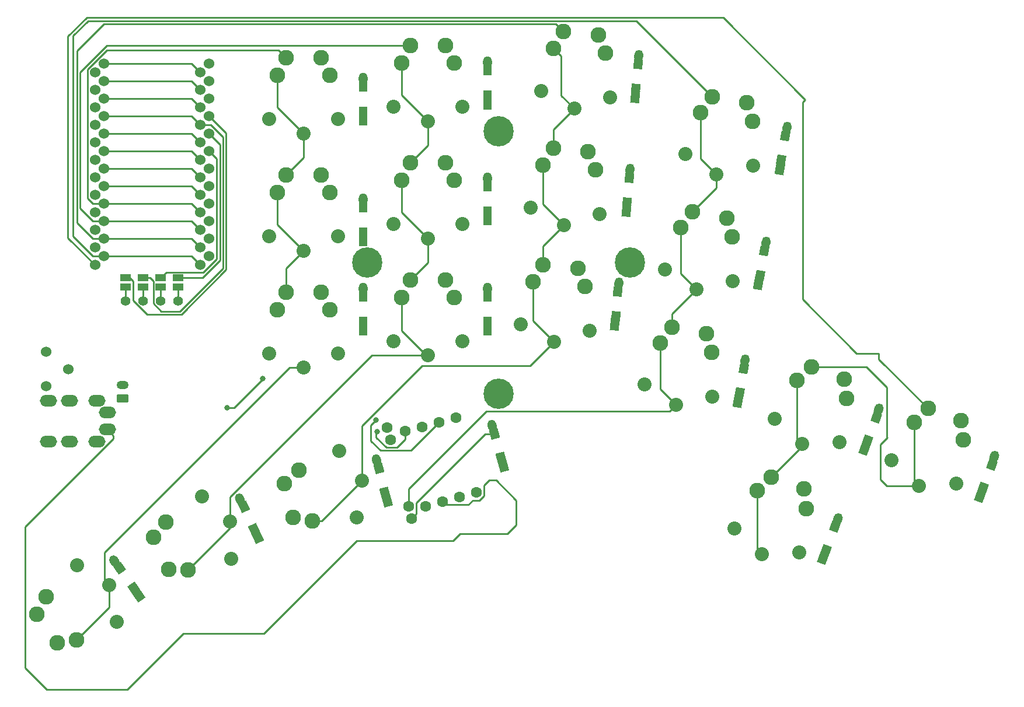
<source format=gbr>
%TF.GenerationSoftware,KiCad,Pcbnew,(6.0.4)*%
%TF.CreationDate,2022-06-17T15:21:08+10:00*%
%TF.ProjectId,luna,6c756e61-2e6b-4696-9361-645f70636258,rev?*%
%TF.SameCoordinates,Original*%
%TF.FileFunction,Copper,L2,Bot*%
%TF.FilePolarity,Positive*%
%FSLAX46Y46*%
G04 Gerber Fmt 4.6, Leading zero omitted, Abs format (unit mm)*
G04 Created by KiCad (PCBNEW (6.0.4)) date 2022-06-17 15:21:08*
%MOMM*%
%LPD*%
G01*
G04 APERTURE LIST*
G04 Aperture macros list*
%AMRoundRect*
0 Rectangle with rounded corners*
0 $1 Rounding radius*
0 $2 $3 $4 $5 $6 $7 $8 $9 X,Y pos of 4 corners*
0 Add a 4 corners polygon primitive as box body*
4,1,4,$2,$3,$4,$5,$6,$7,$8,$9,$2,$3,0*
0 Add four circle primitives for the rounded corners*
1,1,$1+$1,$2,$3*
1,1,$1+$1,$4,$5*
1,1,$1+$1,$6,$7*
1,1,$1+$1,$8,$9*
0 Add four rect primitives between the rounded corners*
20,1,$1+$1,$2,$3,$4,$5,0*
20,1,$1+$1,$4,$5,$6,$7,0*
20,1,$1+$1,$6,$7,$8,$9,0*
20,1,$1+$1,$8,$9,$2,$3,0*%
%AMHorizOval*
0 Thick line with rounded ends*
0 $1 width*
0 $2 $3 position (X,Y) of the first rounded end (center of the circle)*
0 $4 $5 position (X,Y) of the second rounded end (center of the circle)*
0 Add line between two ends*
20,1,$1,$2,$3,$4,$5,0*
0 Add two circle primitives to create the rounded ends*
1,1,$1,$2,$3*
1,1,$1,$4,$5*%
%AMRotRect*
0 Rectangle, with rotation*
0 The origin of the aperture is its center*
0 $1 length*
0 $2 width*
0 $3 Rotation angle, in degrees counterclockwise*
0 Add horizontal line*
21,1,$1,$2,0,0,$3*%
G04 Aperture macros list end*
%TA.AperFunction,SMDPad,CuDef*%
%ADD10RotRect,1.400000X1.300000X295.000000*%
%TD*%
%TA.AperFunction,ComponentPad*%
%ADD11RotRect,1.778000X1.300000X115.000000*%
%TD*%
%TA.AperFunction,ComponentPad*%
%ADD12HorizOval,1.300000X-0.101006X0.216608X0.101006X-0.216608X0*%
%TD*%
%TA.AperFunction,ComponentPad*%
%ADD13RotRect,1.778000X1.300000X70.000000*%
%TD*%
%TA.AperFunction,SMDPad,CuDef*%
%ADD14RotRect,1.400000X1.300000X250.000000*%
%TD*%
%TA.AperFunction,ComponentPad*%
%ADD15HorizOval,1.300000X0.081743X0.224587X-0.081743X-0.224587X0*%
%TD*%
%TA.AperFunction,SMDPad,CuDef*%
%ADD16RotRect,1.400000X1.300000X260.000000*%
%TD*%
%TA.AperFunction,ComponentPad*%
%ADD17RotRect,1.778000X1.300000X80.000000*%
%TD*%
%TA.AperFunction,ComponentPad*%
%ADD18HorizOval,1.300000X0.041502X0.235369X-0.041502X-0.235369X0*%
%TD*%
%TA.AperFunction,ComponentPad*%
%ADD19C,2.286000*%
%TD*%
%TA.AperFunction,ComponentPad*%
%ADD20C,2.032000*%
%TD*%
%TA.AperFunction,ComponentPad*%
%ADD21RotRect,1.778000X1.300000X85.000000*%
%TD*%
%TA.AperFunction,SMDPad,CuDef*%
%ADD22RotRect,1.400000X1.300000X265.000000*%
%TD*%
%TA.AperFunction,ComponentPad*%
%ADD23HorizOval,1.300000X0.020830X0.238091X-0.020830X-0.238091X0*%
%TD*%
%TA.AperFunction,ComponentPad*%
%ADD24R,1.300000X1.778000*%
%TD*%
%TA.AperFunction,SMDPad,CuDef*%
%ADD25R,1.300000X1.400000*%
%TD*%
%TA.AperFunction,ComponentPad*%
%ADD26O,1.300000X1.778000*%
%TD*%
%TA.AperFunction,SMDPad,CuDef*%
%ADD27RotRect,1.400000X1.300000X305.000000*%
%TD*%
%TA.AperFunction,ComponentPad*%
%ADD28RotRect,1.778000X1.300000X125.000000*%
%TD*%
%TA.AperFunction,ComponentPad*%
%ADD29HorizOval,1.300000X-0.137085X0.195777X0.137085X-0.195777X0*%
%TD*%
%TA.AperFunction,SMDPad,CuDef*%
%ADD30RotRect,1.400000X1.300000X285.000000*%
%TD*%
%TA.AperFunction,ComponentPad*%
%ADD31RotRect,1.778000X1.300000X105.000000*%
%TD*%
%TA.AperFunction,ComponentPad*%
%ADD32HorizOval,1.300000X-0.061858X0.230856X0.061858X-0.230856X0*%
%TD*%
%TA.AperFunction,ComponentPad*%
%ADD33O,2.500000X1.700000*%
%TD*%
%TA.AperFunction,ComponentPad*%
%ADD34C,1.524000*%
%TD*%
%TA.AperFunction,ComponentPad*%
%ADD35C,4.400000*%
%TD*%
%TA.AperFunction,ComponentPad*%
%ADD36C,1.600000*%
%TD*%
%TA.AperFunction,ComponentPad*%
%ADD37C,1.397000*%
%TD*%
%TA.AperFunction,ComponentPad*%
%ADD38RoundRect,0.250000X0.625000X-0.350000X0.625000X0.350000X-0.625000X0.350000X-0.625000X-0.350000X0*%
%TD*%
%TA.AperFunction,ComponentPad*%
%ADD39O,1.750000X1.200000*%
%TD*%
%TA.AperFunction,SMDPad,CuDef*%
%ADD40R,1.500000X1.000000*%
%TD*%
%TA.AperFunction,ViaPad*%
%ADD41C,0.800000*%
%TD*%
%TA.AperFunction,Conductor*%
%ADD42C,0.250000*%
%TD*%
G04 APERTURE END LIST*
D10*
%TO.P,D8,1,K*%
%TO.N,ROW3*%
X124025081Y-130672325D03*
D11*
X124542789Y-131782552D03*
D10*
%TO.P,D8,2,A*%
%TO.N,Net-(D8-Pad2)*%
X122524787Y-127454933D03*
D12*
X122007079Y-126344706D03*
%TD*%
D13*
%TO.P,D19,1,K*%
%TO.N,ROW0*%
X229349641Y-125845965D03*
D14*
X229768615Y-124694841D03*
%TO.P,D19,2,A*%
%TO.N,Net-(D19-Pad2)*%
X230982787Y-121358933D03*
D15*
X231401761Y-120207809D03*
%TD*%
D16*
%TO.P,D14,1,K*%
%TO.N,ROW1*%
X197387616Y-93803390D03*
D17*
X197174897Y-95009779D03*
D18*
%TO.P,D14,2,A*%
%TO.N,Net-(D14-Pad2)*%
X198216787Y-89100933D03*
D16*
X198004068Y-90307322D03*
%TD*%
D19*
%TO.P,S4,1,1*%
%TO.N,COL0*%
X95436379Y-147181347D03*
X98245467Y-146764786D03*
D20*
X102973784Y-138802832D03*
%TO.P,S4,2,2*%
%TO.N,Net-(D4-Pad2)*%
X98385683Y-135911582D03*
D19*
X92522610Y-143020055D03*
X93874815Y-140522848D03*
D20*
X104121447Y-144103103D03*
%TD*%
D19*
%TO.P,S3,1,1*%
%TO.N,COL0*%
X127396787Y-98802933D03*
D20*
X131206787Y-107242933D03*
D19*
X128666787Y-96262933D03*
%TO.P,S3,2,2*%
%TO.N,Net-(D3-Pad2)*%
X135016787Y-98802933D03*
D20*
X126206787Y-105142933D03*
X136206787Y-105142933D03*
D19*
X133746787Y-96262933D03*
%TD*%
D21*
%TO.P,D11,1,K*%
%TO.N,ROW2*%
X176365320Y-100979517D03*
D22*
X176472086Y-99759179D03*
%TO.P,D11,2,A*%
%TO.N,Net-(D11-Pad2)*%
X176781488Y-96222687D03*
D23*
X176888254Y-95002349D03*
%TD*%
D24*
%TO.P,D6,1,K*%
%TO.N,ROW1*%
X157830787Y-85747933D03*
D25*
X157830787Y-84522933D03*
D26*
%TO.P,D6,2,A*%
%TO.N,Net-(D6-Pad2)*%
X157830787Y-79747933D03*
D25*
X157830787Y-80972933D03*
%TD*%
D13*
%TO.P,D17,1,K*%
%TO.N,ROW1*%
X212585641Y-118987965D03*
D14*
X213004615Y-117836841D03*
D15*
%TO.P,D17,2,A*%
%TO.N,sw25*%
X214637761Y-113349809D03*
D14*
X214218787Y-114500933D03*
%TD*%
D27*
%TO.P,D4,1,K*%
%TO.N,ROW3*%
X106526983Y-139252923D03*
D28*
X107229614Y-140256384D03*
D29*
%TO.P,D4,2,A*%
%TO.N,Net-(D4-Pad2)*%
X103788156Y-135341472D03*
D27*
X104490787Y-136344933D03*
%TD*%
D19*
%TO.P,S1,1,1*%
%TO.N,COL0*%
X128666787Y-62262933D03*
D20*
X131206787Y-73242933D03*
D19*
X127396787Y-64802933D03*
%TO.P,S1,2,2*%
%TO.N,Net-(D1-Pad2)*%
X133746787Y-62262933D03*
X135016787Y-64802933D03*
D20*
X126206787Y-71142933D03*
X136206787Y-71142933D03*
%TD*%
D14*
%TO.P,D18,1,K*%
%TO.N,ROW2*%
X207007701Y-133694887D03*
D13*
X206588727Y-134846011D03*
D15*
%TO.P,D18,2,A*%
%TO.N,Net-(D18-Pad2)*%
X208640847Y-129207855D03*
D14*
X208221873Y-130358979D03*
%TD*%
D24*
%TO.P,D5,1,K*%
%TO.N,ROW0*%
X157830787Y-68938933D03*
D25*
X157830787Y-67713933D03*
D26*
%TO.P,D5,2,A*%
%TO.N,Net-(D5-Pad2)*%
X157830787Y-62938933D03*
D25*
X157830787Y-64163933D03*
%TD*%
D19*
%TO.P,S6,1,1*%
%TO.N,COL1*%
X146666787Y-77487242D03*
X145396787Y-80027242D03*
D20*
X149206787Y-88467242D03*
%TO.P,S6,2,2*%
%TO.N,Net-(D6-Pad2)*%
X154206787Y-86367242D03*
D19*
X151746787Y-77487242D03*
D20*
X144206787Y-86367242D03*
D19*
X153016787Y-80027242D03*
%TD*%
D20*
%TO.P,S17,1,1*%
%TO.N,COL4*%
X203468081Y-118320186D03*
D19*
X204836643Y-107133630D03*
X202774502Y-109086084D03*
D20*
%TO.P,S17,2,2*%
%TO.N,sw25*%
X208884787Y-118056933D03*
D19*
X209934960Y-111692277D03*
D20*
X199487860Y-114636731D03*
D19*
X209610283Y-108871093D03*
%TD*%
D22*
%TO.P,D10,1,K*%
%TO.N,ROW1*%
X178095385Y-83239425D03*
D21*
X177988619Y-84459763D03*
D22*
%TO.P,D10,2,A*%
%TO.N,Net-(D10-Pad2)*%
X178404787Y-79702933D03*
D23*
X178511553Y-78482595D03*
%TD*%
D20*
%TO.P,S12,1,1*%
%TO.N,COL2*%
X139653749Y-123641901D03*
D19*
X132487436Y-129506511D03*
X129705284Y-128937185D03*
D20*
%TO.P,S12,2,2*%
%TO.N,Net-(D12-Pad2)*%
X138919400Y-129015050D03*
D19*
X130515235Y-122146156D03*
D20*
X136331210Y-119355791D03*
D19*
X128390483Y-124030282D03*
%TD*%
D20*
%TO.P,S10,1,1*%
%TO.N,COL2*%
X168976544Y-86575629D03*
D19*
X167403180Y-75416035D03*
X165916637Y-77835682D03*
%TO.P,S10,2,2*%
%TO.N,Net-(D10-Pad2)*%
X173507640Y-78499809D03*
D20*
X164178598Y-84047841D03*
D19*
X172463849Y-75858787D03*
D20*
X174140545Y-84919399D03*
%TD*%
D21*
%TO.P,D9,1,K*%
%TO.N,ROW0*%
X179258619Y-67949763D03*
D22*
X179365385Y-66729425D03*
D23*
%TO.P,D9,2,A*%
%TO.N,Net-(D9-Pad2)*%
X179781553Y-61972595D03*
D22*
X179674787Y-63192933D03*
%TD*%
D30*
%TO.P,D16,1,K*%
%TO.N,unconnected-(D16-Pad1)*%
X159814191Y-120279451D03*
D31*
%TO.N,ROW3*%
X160131244Y-121462710D03*
D32*
%TO.P,D16,2,A*%
%TO.N,Net-(D16-Pad2)*%
X158578330Y-115667156D03*
D30*
X158895383Y-116850415D03*
%TD*%
D19*
%TO.P,S7,1,1*%
%TO.N,COL1*%
X145396787Y-97027242D03*
D20*
X149206787Y-105467242D03*
D19*
X146666787Y-94487242D03*
%TO.P,S7,2,2*%
%TO.N,Net-(D7-Pad2)*%
X151746787Y-94487242D03*
X153016787Y-97027242D03*
D20*
X154206787Y-103367242D03*
X144206787Y-103367242D03*
%TD*%
D33*
%TO.P,J1,1*%
%TO.N,VCC*%
X101234000Y-117964000D03*
X101234000Y-112014000D03*
%TO.P,J1,2*%
%TO.N,SERIAL*%
X97234000Y-117964000D03*
X97234000Y-112014000D03*
%TO.P,J1,3*%
%TO.N,unconnected-(J1-Pad3)*%
X94234000Y-112014000D03*
X94234000Y-117964000D03*
%TO.P,J1,4*%
%TO.N,GND*%
X102734000Y-116214000D03*
X102734000Y-113764000D03*
%TD*%
D30*
%TO.P,D12,1,K*%
%TO.N,ROW3*%
X143001595Y-125295969D03*
D31*
X143318648Y-126479228D03*
D30*
%TO.P,D12,2,A*%
%TO.N,Net-(D12-Pad2)*%
X142082787Y-121866933D03*
D32*
X141765734Y-120683674D03*
%TD*%
D19*
%TO.P,S18,1,1*%
%TO.N,COL4*%
X196960159Y-125060860D03*
D20*
X197653738Y-134294962D03*
D19*
X199022300Y-123108406D03*
%TO.P,S18,2,2*%
%TO.N,Net-(D18-Pad2)*%
X204120617Y-127667053D03*
D20*
X193673517Y-130611507D03*
D19*
X203795939Y-124845869D03*
D20*
X203070444Y-134031709D03*
%TD*%
D34*
%TO.P,SW2,1,A*%
%TO.N,BAT+*%
X93904000Y-104942000D03*
%TO.P,SW2,2,B*%
%TO.N,Net-(J3-Pad1)*%
X97104000Y-107442000D03*
%TO.P,SW2,3*%
%TO.N,N/C*%
X93904000Y-109942000D03*
%TD*%
D19*
%TO.P,S5,1,1*%
%TO.N,COL1*%
X145396787Y-63027242D03*
D20*
X149206787Y-71467242D03*
D19*
X146666787Y-60487242D03*
%TO.P,S5,2,2*%
%TO.N,Net-(D5-Pad2)*%
X153016787Y-63027242D03*
X151746787Y-60487242D03*
D20*
X154206787Y-69367242D03*
X144206787Y-69367242D03*
%TD*%
%TO.P,S2,1,1*%
%TO.N,COL0*%
X131206787Y-90242933D03*
D19*
X128666787Y-79262933D03*
X127396787Y-81802933D03*
%TO.P,S2,2,2*%
%TO.N,Net-(D2-Pad2)*%
X133746787Y-79262933D03*
D20*
X126206787Y-88142933D03*
X136206787Y-88142933D03*
D19*
X135016787Y-81802933D03*
%TD*%
%TO.P,S19,1,1*%
%TO.N,COL4*%
X221789728Y-113183892D03*
X219727587Y-115136346D03*
D20*
X220421166Y-124370448D03*
%TO.P,S19,2,2*%
%TO.N,Net-(D19-Pad2)*%
X216440945Y-120686993D03*
X225837872Y-124107195D03*
D19*
X226563367Y-114921355D03*
X226888045Y-117742539D03*
%TD*%
D25*
%TO.P,D1,1,K*%
%TO.N,ROW0*%
X139796787Y-70044933D03*
D24*
X139796787Y-71269933D03*
D25*
%TO.P,D1,2,A*%
%TO.N,Net-(D1-Pad2)*%
X139796787Y-66494933D03*
D26*
X139796787Y-65269933D03*
%TD*%
D35*
%TO.P,REF\u002A\u002A,1*%
%TO.N,N/C*%
X159512000Y-110998000D03*
X178562000Y-91948000D03*
X140462000Y-91948000D03*
X159512000Y-72898000D03*
%TD*%
D20*
%TO.P,S9,1,1*%
%TO.N,COL2*%
X170458193Y-69640319D03*
D19*
X168884829Y-58480725D03*
X167398286Y-60900372D03*
D20*
%TO.P,S9,2,2*%
%TO.N,Net-(D9-Pad2)*%
X175622194Y-67984089D03*
D19*
X174989289Y-61564499D03*
X173945498Y-58923477D03*
D20*
X165660247Y-67112531D03*
%TD*%
D25*
%TO.P,D2,1,K*%
%TO.N,ROW1*%
X139796787Y-87573933D03*
D24*
X139796787Y-88798933D03*
D25*
%TO.P,D2,2,A*%
%TO.N,Net-(D2-Pad2)*%
X139796787Y-84023933D03*
D26*
X139796787Y-82798933D03*
%TD*%
D36*
%TO.P,S16,A*%
%TO.N,Enc1*%
X148882188Y-127338195D03*
%TO.P,S16,B*%
%TO.N,GND*%
X151335639Y-126680795D03*
%TO.P,S16,C*%
%TO.N,Enc2*%
X153789091Y-126023395D03*
%TO.P,S16,D*%
%TO.N,N/C*%
X156242543Y-125365994D03*
%TO.P,S16,S1*%
%TO.N,Net-(D16-Pad2)*%
X146890678Y-129140032D03*
%TO.P,S16,S2*%
%TO.N,COL3*%
X146411863Y-127353069D03*
%TD*%
D19*
%TO.P,S8,1,1*%
%TO.N,COL1*%
X111621079Y-136498995D03*
X114459826Y-136576555D03*
D20*
X120498888Y-129556624D03*
D19*
%TO.P,S8,2,2*%
%TO.N,Net-(D8-Pad2)*%
X109474178Y-131894951D03*
D20*
X116482550Y-125912584D03*
X120708733Y-134975662D03*
D19*
X111239475Y-129670490D03*
%TD*%
D37*
%TO.P,J2,1,Pin_1*%
%TO.N,Net-(J2-Pad1)*%
X105410000Y-97536000D03*
%TO.P,J2,2,Pin_2*%
%TO.N,Net-(J2-Pad2)*%
X107950000Y-97536000D03*
%TO.P,J2,3,Pin_3*%
%TO.N,Net-(J2-Pad3)*%
X110490000Y-97536000D03*
%TO.P,J2,4,Pin_4*%
%TO.N,Net-(J2-Pad4)*%
X113030000Y-97536000D03*
%TD*%
D25*
%TO.P,D3,1,K*%
%TO.N,ROW2*%
X139796787Y-100527933D03*
D24*
X139796787Y-101752933D03*
D25*
%TO.P,D3,2,A*%
%TO.N,Net-(D3-Pad2)*%
X139796787Y-96977933D03*
D26*
X139796787Y-95752933D03*
%TD*%
D34*
%TO.P,U11,1,TX0/D3*%
%TO.N,NA*%
X117488900Y-63119000D03*
X100942500Y-64389000D03*
%TO.P,U11,2,RX1/D2*%
%TO.N,SERIAL*%
X100942500Y-66929000D03*
X117488900Y-65659000D03*
%TO.P,U11,3,GND*%
%TO.N,GND*%
X100942500Y-69469000D03*
X117488900Y-68199000D03*
%TO.P,U11,4,GND*%
X100942500Y-72009000D03*
X117488900Y-70739000D03*
%TO.P,U11,5,2/D1/SDA*%
%TO.N,SDA*%
X100942500Y-74549000D03*
X117488900Y-73279000D03*
%TO.P,U11,6,3/D0/SCL*%
%TO.N,SCL*%
X117488900Y-75819000D03*
X100942500Y-77089000D03*
%TO.P,U11,7,4/D4*%
%TO.N,N/C*%
X100942500Y-79629000D03*
X117488900Y-78359000D03*
%TO.P,U11,8,5/C6*%
%TO.N,ROW3*%
X100942500Y-82169000D03*
X117488900Y-80899000D03*
%TO.P,U11,9,6/D7*%
%TO.N,TP_DATA*%
X117488900Y-83439000D03*
X100942500Y-84709000D03*
%TO.P,U11,10,7/E6*%
%TO.N,TP_CLK*%
X117488900Y-85979000D03*
X100942500Y-87249000D03*
%TO.P,U11,11,8/B4*%
%TO.N,Enc1*%
X100942500Y-89789000D03*
X117488900Y-88519000D03*
%TO.P,U11,12,9/B5*%
%TO.N,COL4*%
X117488900Y-91059000D03*
X100942500Y-92329000D03*
%TO.P,U11,13,B6/10*%
%TO.N,COL3*%
X102268900Y-91059000D03*
X116182500Y-92329000D03*
%TO.P,U11,14,B2/16*%
%TO.N,COL2*%
X102268900Y-88519000D03*
X116182500Y-89789000D03*
%TO.P,U11,15,B3/14*%
%TO.N,COL1*%
X102268900Y-85979000D03*
X116182500Y-87249000D03*
%TO.P,U11,16,B1/15*%
%TO.N,COL0*%
X102268900Y-83439000D03*
X116182500Y-84709000D03*
%TO.P,U11,17,F7/A0*%
%TO.N,Enc2*%
X116182500Y-82169000D03*
X102268900Y-80899000D03*
%TO.P,U11,18,F6/A1*%
%TO.N,ROW2*%
X102268900Y-78359000D03*
X116182500Y-79629000D03*
%TO.P,U11,19,F5/A2*%
%TO.N,ROW1*%
X116182500Y-77089000D03*
X102268900Y-75819000D03*
%TO.P,U11,20,F4/A3*%
%TO.N,ROW0*%
X116182500Y-74549000D03*
X102268900Y-73279000D03*
%TO.P,U11,21,VCC*%
%TO.N,VCC*%
X116182500Y-72009000D03*
X102268900Y-70739000D03*
%TO.P,U11,22,RST*%
%TO.N,RESET*%
X116182500Y-69469000D03*
X102268900Y-68199000D03*
%TO.P,U11,23,GND*%
%TO.N,GND*%
X116182500Y-66929000D03*
X102268900Y-65659000D03*
%TO.P,U11,24,RAW*%
%TO.N,BAT+*%
X116182500Y-64389000D03*
X102268900Y-63119000D03*
%TD*%
D25*
%TO.P,D7,1,K*%
%TO.N,ROW2*%
X157830787Y-100524933D03*
D24*
X157830787Y-101749933D03*
D25*
%TO.P,D7,2,A*%
%TO.N,Net-(D7-Pad2)*%
X157830787Y-96974933D03*
D26*
X157830787Y-95749933D03*
%TD*%
D38*
%TO.P,J3,1,Pin_1*%
%TO.N,Net-(J3-Pad1)*%
X104992000Y-111744000D03*
D39*
%TO.P,J3,2,Pin_2*%
%TO.N,GND*%
X104992000Y-109744000D03*
%TD*%
D19*
%TO.P,S15,1,1*%
%TO.N,COL3*%
X182905698Y-103673385D03*
D20*
X185192225Y-112646762D03*
D19*
X184597470Y-101392506D03*
D20*
%TO.P,S15,2,2*%
%TO.N,Net-(D15-Pad2)*%
X180632847Y-109710425D03*
D19*
X190409933Y-104996584D03*
X189600293Y-102274639D03*
D20*
X190480925Y-111446906D03*
%TD*%
%TO.P,S11,1,1*%
%TO.N,COL2*%
X167494898Y-103510938D03*
D19*
X164434991Y-94770991D03*
X165921534Y-92351344D03*
D20*
%TO.P,S11,2,2*%
%TO.N,Net-(D11-Pad2)*%
X172658899Y-101854708D03*
D19*
X170982203Y-92794096D03*
D20*
X162696952Y-100983150D03*
D19*
X172025994Y-95435118D03*
%TD*%
%TO.P,S14,1,1*%
%TO.N,COL3*%
X185857718Y-86931654D03*
X187549490Y-84650775D03*
D20*
X188144245Y-95905031D03*
%TO.P,S14,2,2*%
%TO.N,Net-(D14-Pad2)*%
X183584867Y-92968694D03*
X193432945Y-94705175D03*
D19*
X193361953Y-88254853D03*
X192552313Y-85532908D03*
%TD*%
D20*
%TO.P,S13,1,1*%
%TO.N,COL3*%
X191096263Y-79163299D03*
D19*
X190501508Y-67909043D03*
X188809736Y-70189922D03*
D20*
%TO.P,S13,2,2*%
%TO.N,Net-(D13-Pad2)*%
X186536885Y-76226962D03*
D19*
X195504331Y-68791176D03*
X196313971Y-71513121D03*
D20*
X196384963Y-77963443D03*
%TD*%
D16*
%TO.P,D13,1,K*%
%TO.N,ROW0*%
X200461429Y-77103001D03*
D17*
X200248710Y-78309390D03*
D18*
%TO.P,D13,2,A*%
%TO.N,Net-(D13-Pad2)*%
X201290600Y-72400544D03*
D16*
X201077881Y-73606933D03*
%TD*%
D17*
%TO.P,D15,1,K*%
%TO.N,ROW2*%
X194206100Y-112091390D03*
D16*
X194418819Y-110885001D03*
D18*
%TO.P,D15,2,A*%
%TO.N,Net-(D15-Pad2)*%
X195247990Y-106182544D03*
D16*
X195035271Y-107388933D03*
%TD*%
D40*
%TO.P,JP8,1,A*%
%TO.N,SDA*%
X113030000Y-94204000D03*
%TO.P,JP8,2,B*%
%TO.N,Net-(J2-Pad4)*%
X113030000Y-95504000D03*
%TD*%
D36*
%TO.P,S16,A*%
%TO.N,Enc1*%
X145970473Y-116471530D03*
%TO.P,S16,B*%
%TO.N,GND*%
X148423925Y-115814129D03*
%TO.P,S16,C*%
%TO.N,Enc2*%
X150877377Y-115156729D03*
%TO.P,S16,D*%
%TO.N,N/C*%
X153330828Y-114499329D03*
%TO.P,S16,S1*%
%TO.N,Net-(D16-Pad2)*%
X143344857Y-115906848D03*
%TO.P,S16,S2*%
%TO.N,COL3*%
X143823673Y-117693811D03*
%TD*%
D40*
%TO.P,JP4,1,A*%
%TO.N,Net-(J2-Pad1)*%
X105410000Y-95504000D03*
%TO.P,JP4,2,B*%
%TO.N,GND*%
X105410000Y-94204000D03*
%TD*%
%TO.P,JP2,1,A*%
%TO.N,Net-(J2-Pad3)*%
X110490000Y-95504000D03*
%TO.P,JP2,2,B*%
%TO.N,SCL*%
X110490000Y-94204000D03*
%TD*%
%TO.P,JP6,1,A*%
%TO.N,VCC*%
X107950000Y-94204000D03*
%TO.P,JP6,2,B*%
%TO.N,Net-(J2-Pad2)*%
X107950000Y-95504000D03*
%TD*%
D41*
%TO.N,ROW3*%
X125293830Y-108866655D03*
X120142000Y-113030000D03*
%TO.N,Enc1*%
X141836724Y-116553721D03*
%TO.N,Enc2*%
X141732000Y-114808000D03*
%TD*%
D42*
%TO.N,VCC*%
X107950000Y-94204000D02*
X108950000Y-94204000D01*
X119517040Y-73770580D02*
X117755460Y-72009000D01*
X119517040Y-92826960D02*
X119517040Y-73770580D01*
X114912500Y-70739000D02*
X116182500Y-72009000D01*
X108950000Y-94204000D02*
X109415489Y-94669489D01*
X109415489Y-97908246D02*
X110567243Y-99060000D01*
X117755460Y-72009000D02*
X116182500Y-72009000D01*
X113284000Y-99060000D02*
X119517040Y-92826960D01*
X110567243Y-99060000D02*
X113284000Y-99060000D01*
X109415489Y-94669489D02*
X109415489Y-97908246D01*
X102268900Y-70739000D02*
X114912500Y-70739000D01*
%TO.N,ROW0*%
X102268900Y-73279000D02*
X114912500Y-73279000D01*
X114912500Y-73279000D02*
X116182500Y-74549000D01*
%TO.N,ROW1*%
X102268900Y-75819000D02*
X114912500Y-75819000D01*
X114912500Y-75819000D02*
X116182500Y-77089000D01*
%TO.N,ROW2*%
X114912500Y-78359000D02*
X116182500Y-79629000D01*
X102268900Y-78359000D02*
X114912500Y-78359000D01*
%TO.N,ROW3*%
X120142000Y-113030000D02*
X121158000Y-113030000D01*
X121158000Y-113030000D02*
X125222000Y-108966000D01*
%TO.N,Net-(D16-Pad2)*%
X158895383Y-116850415D02*
X157573239Y-116850415D01*
X147536374Y-126887280D02*
X147536374Y-128494336D01*
X147536374Y-128494336D02*
X146890678Y-129140032D01*
X157573239Y-116850415D02*
X147536374Y-126887280D01*
%TO.N,COL4*%
X214630000Y-106024164D02*
X221789728Y-113183892D01*
X219727587Y-115136346D02*
X219727587Y-123676869D01*
X97028000Y-88414500D02*
X97028000Y-59161837D01*
X197653738Y-134294962D02*
X196960159Y-133601383D01*
X97028000Y-59161837D02*
X99751152Y-56438685D01*
X196960159Y-133601383D02*
X196960159Y-125060860D01*
X214630000Y-105156000D02*
X214630000Y-106024164D01*
X220421166Y-124370448D02*
X215810448Y-124370448D01*
X215773313Y-110109313D02*
X212797630Y-107133630D01*
X214884000Y-123444000D02*
X214884000Y-118364000D01*
X100942500Y-92329000D02*
X97028000Y-88414500D01*
X192074685Y-56438685D02*
X203962000Y-68326000D01*
X211396190Y-105156000D02*
X214630000Y-105156000D01*
X199022300Y-123108406D02*
X203468081Y-118662625D01*
X214884000Y-118364000D02*
X215900000Y-117348000D01*
X215773313Y-117475313D02*
X215773313Y-110109313D01*
X219727587Y-123676869D02*
X220421166Y-124370448D01*
X99751152Y-56438685D02*
X192074685Y-56438685D01*
X203468081Y-118662625D02*
X203468081Y-118320186D01*
X203962000Y-68326000D02*
X203576613Y-68711387D01*
X203576613Y-97336423D02*
X211396190Y-105156000D01*
X203468081Y-118320186D02*
X202774502Y-117626607D01*
X212797630Y-107133630D02*
X204836643Y-107133630D01*
X202774502Y-117626607D02*
X202774502Y-109086084D01*
X203576613Y-68711387D02*
X203576613Y-97336423D01*
X215810448Y-124370448D02*
X214884000Y-123444000D01*
%TO.N,GND*%
X103632000Y-117556311D02*
X90836458Y-130351853D01*
X156708332Y-126490505D02*
X155776754Y-126490505D01*
X108476763Y-99509520D02*
X113470198Y-99509520D01*
X103632000Y-117112000D02*
X103632000Y-117556311D01*
X106484511Y-94679489D02*
X106484511Y-97517268D01*
X157367054Y-124318946D02*
X157367054Y-125831783D01*
X90836458Y-150780458D02*
X93980000Y-153924000D01*
X157367054Y-125831783D02*
X156708332Y-126490505D01*
X106484511Y-97517268D02*
X108476763Y-99509520D01*
X125476000Y-145796000D02*
X138938000Y-132334000D01*
X151802750Y-127147906D02*
X151335639Y-126680795D01*
X160782000Y-131318000D02*
X162052000Y-130048000D01*
X138938000Y-132334000D02*
X152908000Y-132334000D01*
X90836458Y-130351853D02*
X90836458Y-150780458D01*
X158088986Y-123597014D02*
X157367054Y-124318946D01*
X153924000Y-131318000D02*
X160782000Y-131318000D01*
X105410000Y-94204000D02*
X106009022Y-94204000D01*
X155776754Y-126490505D02*
X155119353Y-127147906D01*
X162052000Y-126492000D02*
X159157014Y-123597014D01*
X113470198Y-99509520D02*
X119966560Y-93013158D01*
X102268900Y-65659000D02*
X114912500Y-65659000D01*
X119966560Y-93013158D02*
X119966560Y-73216660D01*
X152908000Y-132334000D02*
X153924000Y-131318000D01*
X105664000Y-153924000D02*
X113792000Y-145796000D01*
X162052000Y-130048000D02*
X162052000Y-126492000D01*
X113792000Y-145796000D02*
X125476000Y-145796000D01*
X159157014Y-123597014D02*
X158088986Y-123597014D01*
X93980000Y-153924000D02*
X105664000Y-153924000D01*
X102734000Y-116214000D02*
X103632000Y-117112000D01*
X155119353Y-127147906D02*
X151802750Y-127147906D01*
X114912500Y-65659000D02*
X116182500Y-66929000D01*
X119966560Y-73216660D02*
X117488900Y-70739000D01*
X106009022Y-94204000D02*
X106484511Y-94679489D01*
%TO.N,COL0*%
X102362000Y-138191048D02*
X102973784Y-138802832D01*
X102675007Y-61119933D02*
X99855989Y-63938951D01*
X127523787Y-61119933D02*
X102675007Y-61119933D01*
X128666787Y-92782933D02*
X131206787Y-90242933D01*
X114912500Y-83439000D02*
X116182500Y-84709000D01*
X102973784Y-142036469D02*
X102973784Y-138802832D01*
X100654511Y-83439000D02*
X102268900Y-83439000D01*
X129147574Y-107242933D02*
X102362000Y-134028507D01*
X99855989Y-82640478D02*
X100654511Y-83439000D01*
X131206787Y-76722933D02*
X131206787Y-73242933D01*
X127396787Y-86432933D02*
X131206787Y-90242933D01*
X127396787Y-69432933D02*
X131206787Y-73242933D01*
X131206787Y-107242933D02*
X129147574Y-107242933D01*
X99855989Y-63938951D02*
X99855989Y-82640478D01*
X127396787Y-81802933D02*
X127396787Y-86432933D01*
X102362000Y-134028507D02*
X102362000Y-138191048D01*
X127396787Y-64802933D02*
X127396787Y-69432933D01*
X128666787Y-79262933D02*
X131206787Y-76722933D01*
X98245467Y-146764786D02*
X102973784Y-142036469D01*
X128666787Y-62262933D02*
X127523787Y-61119933D01*
X102268900Y-83439000D02*
X114912500Y-83439000D01*
X128666787Y-96262933D02*
X128666787Y-92782933D01*
%TO.N,COL1*%
X145396787Y-80027242D02*
X145396787Y-84657242D01*
X120498888Y-126044973D02*
X141076619Y-105467242D01*
X141076619Y-105467242D02*
X149206787Y-105467242D01*
X145396787Y-63027242D02*
X145396787Y-67657242D01*
X98806000Y-64353222D02*
X98806000Y-84130489D01*
X149206787Y-74947242D02*
X149206787Y-71467242D01*
X149206787Y-91947242D02*
X149206787Y-88467242D01*
X145396787Y-67657242D02*
X149206787Y-71467242D01*
X145396787Y-84657242D02*
X149206787Y-88467242D01*
X146666787Y-94487242D02*
X149206787Y-91947242D01*
X120498888Y-130537493D02*
X120498888Y-129556624D01*
X114459826Y-136576555D02*
X120498888Y-130537493D01*
X120498888Y-129556624D02*
X120498888Y-126044973D01*
X100654511Y-85979000D02*
X102268900Y-85979000D01*
X145396787Y-97027242D02*
X145396787Y-101874816D01*
X102268900Y-85979000D02*
X114912500Y-85979000D01*
X114912500Y-85979000D02*
X116182500Y-87249000D01*
X146666787Y-77487242D02*
X149206787Y-74947242D01*
X146666787Y-60487242D02*
X102671980Y-60487242D01*
X145396787Y-101874816D02*
X148989213Y-105467242D01*
X102671980Y-60487242D02*
X98806000Y-64353222D01*
X98806000Y-84130489D02*
X100654511Y-85979000D01*
X148989213Y-105467242D02*
X149206787Y-105467242D01*
%TO.N,COL2*%
X168541286Y-67723412D02*
X170458193Y-69640319D01*
X102264074Y-57337725D02*
X98356480Y-61245319D01*
X164434991Y-100451031D02*
X167494898Y-103510938D01*
X165916637Y-77835682D02*
X165916637Y-83515722D01*
X102268900Y-88519000D02*
X114912500Y-88519000D01*
X98356480Y-86220969D02*
X100654511Y-88519000D01*
X165921534Y-89630639D02*
X168976544Y-86575629D01*
X165916637Y-83515722D02*
X168976544Y-86575629D01*
X139653749Y-115666475D02*
X148386224Y-106934000D01*
X167403180Y-72695332D02*
X170458193Y-69640319D01*
X100654511Y-88519000D02*
X102268900Y-88519000D01*
X168884829Y-58480725D02*
X167741829Y-57337725D01*
X139653749Y-123641901D02*
X139653749Y-115666475D01*
X114912500Y-88519000D02*
X116182500Y-89789000D01*
X164434991Y-94770991D02*
X164434991Y-100451031D01*
X167398286Y-60900372D02*
X168541286Y-62043372D01*
X98356480Y-61245319D02*
X98356480Y-86220969D01*
X164071836Y-106934000D02*
X167494898Y-103510938D01*
X165921534Y-92351344D02*
X165921534Y-89630639D01*
X148386224Y-106934000D02*
X164071836Y-106934000D01*
X168541286Y-62043372D02*
X168541286Y-67723412D01*
X133789139Y-129506511D02*
X139653749Y-123641901D01*
X167741829Y-57337725D02*
X102264074Y-57337725D01*
X132487436Y-129506511D02*
X133789139Y-129506511D01*
X167403180Y-75416035D02*
X167403180Y-72695332D01*
%TO.N,COL3*%
X191096263Y-81104002D02*
X187549490Y-84650775D01*
X191096263Y-79163299D02*
X188809736Y-76876772D01*
X179480670Y-56888205D02*
X99937349Y-56888205D01*
X184597470Y-101392506D02*
X184597470Y-99451806D01*
X188809736Y-76876772D02*
X188809736Y-70189922D01*
X146411863Y-127353069D02*
X146411863Y-124860137D01*
X102268900Y-91059000D02*
X114912500Y-91059000D01*
X99937349Y-56888205D02*
X97790000Y-59035554D01*
X184300987Y-113538000D02*
X185192225Y-112646762D01*
X97790000Y-88173060D02*
X100675940Y-91059000D01*
X191096263Y-79163299D02*
X191096263Y-81104002D01*
X184597470Y-99451806D02*
X188144245Y-95905031D01*
X185857718Y-93618504D02*
X185857718Y-86931654D01*
X188144245Y-95905031D02*
X185857718Y-93618504D01*
X114912500Y-91059000D02*
X116182500Y-92329000D01*
X97790000Y-59035554D02*
X97790000Y-88173060D01*
X100675940Y-91059000D02*
X102268900Y-91059000D01*
X182905698Y-103673385D02*
X182905698Y-110360235D01*
X146411863Y-124860137D02*
X157734000Y-113538000D01*
X182905698Y-110360235D02*
X185192225Y-112646762D01*
X190501508Y-67909043D02*
X179480670Y-56888205D01*
X157734000Y-113538000D02*
X184300987Y-113538000D01*
%TO.N,RESET*%
X102268900Y-68199000D02*
X114912500Y-68199000D01*
X114912500Y-68199000D02*
X116182500Y-69469000D01*
%TO.N,BAT+*%
X114912500Y-63119000D02*
X116182500Y-64389000D01*
X102268900Y-63119000D02*
X114912500Y-63119000D01*
%TO.N,Enc1*%
X144755051Y-118818322D02*
X143202322Y-118818322D01*
X145970473Y-117602900D02*
X144755051Y-118818322D01*
X143202322Y-118818322D02*
X141732000Y-117348000D01*
X141732000Y-116586000D02*
X141986000Y-116586000D01*
X145970473Y-116471530D02*
X145970473Y-117602900D01*
X141732000Y-117348000D02*
X141732000Y-116586000D01*
%TO.N,Enc2*%
X114912500Y-80899000D02*
X116182500Y-82169000D01*
X140970000Y-117856000D02*
X140970000Y-115570000D01*
X150877377Y-115156729D02*
X146766264Y-119267842D01*
X146766264Y-119267842D02*
X142381842Y-119267842D01*
X102268900Y-80899000D02*
X114912500Y-80899000D01*
X142381842Y-119267842D02*
X140970000Y-117856000D01*
X140970000Y-115570000D02*
X141732000Y-114808000D01*
%TO.N,Net-(J2-Pad1)*%
X105410000Y-95504000D02*
X105410000Y-97536000D01*
%TO.N,Net-(J2-Pad2)*%
X107950000Y-95504000D02*
X107950000Y-97536000D01*
%TO.N,Net-(J2-Pad3)*%
X110490000Y-95504000D02*
X110490000Y-97536000D01*
%TO.N,Net-(J2-Pad4)*%
X113030000Y-95504000D02*
X113030000Y-97536000D01*
%TO.N,SDA*%
X116516177Y-94204000D02*
X119067520Y-91652657D01*
X119067520Y-91652657D02*
X119067520Y-74857620D01*
X119067520Y-74857620D02*
X117488900Y-73279000D01*
X113030000Y-94204000D02*
X116516177Y-94204000D01*
%TO.N,SCL*%
X111314511Y-93379489D02*
X115696429Y-93379489D01*
X110490000Y-94204000D02*
X111314511Y-93379489D01*
X116668949Y-93415511D02*
X118618000Y-91466460D01*
X118618000Y-76948100D02*
X117488900Y-75819000D01*
X115696429Y-93379489D02*
X115732451Y-93415511D01*
X115732451Y-93415511D02*
X116668949Y-93415511D01*
X118618000Y-91466460D02*
X118618000Y-76948100D01*
%TD*%
M02*

</source>
